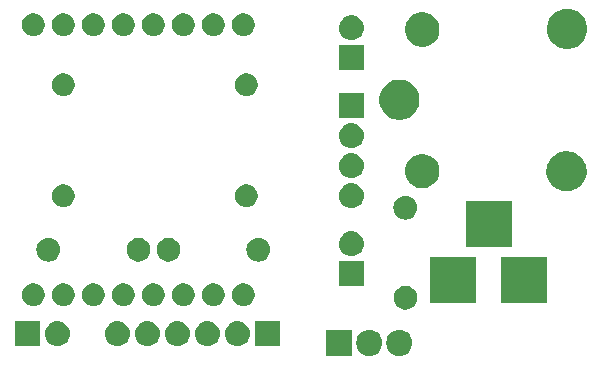
<source format=gts>
G04 #@! TF.GenerationSoftware,KiCad,Pcbnew,6.0.0-rc1-unknown-r14177-12567c75*
G04 #@! TF.CreationDate,2018-10-23T17:48:22+02:00*
G04 #@! TF.ProjectId,pcbRadon,7063625261646F6E2E6B696361645F70,rev?*
G04 #@! TF.SameCoordinates,Original*
G04 #@! TF.FileFunction,Soldermask,Top*
G04 #@! TF.FilePolarity,Negative*
%FSLAX46Y46*%
G04 Gerber Fmt 4.6, Leading zero omitted, Abs format (unit mm)*
G04 Created by KiCad (PCBNEW 6.0.0-rc1-unknown-r14177-12567c75) date Tue 23 Oct 2018 17:48:22 CEST*
%MOMM*%
%LPD*%
G01*
G04 APERTURE LIST*
%ADD10C,0.100000*%
G04 APERTURE END LIST*
D10*
G36*
X165823639Y-110929916D02*
X166030986Y-110992815D01*
X166030988Y-110992816D01*
X166222084Y-111094958D01*
X166389581Y-111232419D01*
X166527042Y-111399916D01*
X166629184Y-111591012D01*
X166629185Y-111591014D01*
X166692084Y-111798361D01*
X166713322Y-112014000D01*
X166701970Y-112129267D01*
X166692084Y-112229638D01*
X166629184Y-112436988D01*
X166527042Y-112628084D01*
X166389581Y-112795581D01*
X166222084Y-112933042D01*
X166030988Y-113035184D01*
X166030986Y-113035185D01*
X165823639Y-113098084D01*
X165662038Y-113114000D01*
X165553962Y-113114000D01*
X165392361Y-113098084D01*
X165185014Y-113035185D01*
X165185012Y-113035184D01*
X164993916Y-112933042D01*
X164826419Y-112795581D01*
X164688958Y-112628084D01*
X164586816Y-112436988D01*
X164523916Y-112229638D01*
X164514031Y-112129267D01*
X164502678Y-112014000D01*
X164523916Y-111798361D01*
X164586815Y-111591014D01*
X164586816Y-111591012D01*
X164688958Y-111399916D01*
X164826419Y-111232419D01*
X164993916Y-111094958D01*
X165185012Y-110992816D01*
X165185014Y-110992815D01*
X165392361Y-110929916D01*
X165553962Y-110914000D01*
X165662038Y-110914000D01*
X165823639Y-110929916D01*
X165823639Y-110929916D01*
G37*
G36*
X161628000Y-113114000D02*
X159428000Y-113114000D01*
X159428000Y-110914000D01*
X161628000Y-110914000D01*
X161628000Y-113114000D01*
X161628000Y-113114000D01*
G37*
G36*
X163283639Y-110929916D02*
X163490986Y-110992815D01*
X163490988Y-110992816D01*
X163682084Y-111094958D01*
X163849581Y-111232419D01*
X163987042Y-111399916D01*
X164089184Y-111591012D01*
X164089185Y-111591014D01*
X164152084Y-111798361D01*
X164173322Y-112014000D01*
X164161970Y-112129267D01*
X164152084Y-112229638D01*
X164089184Y-112436988D01*
X163987042Y-112628084D01*
X163849581Y-112795581D01*
X163682084Y-112933042D01*
X163490988Y-113035184D01*
X163490986Y-113035185D01*
X163283639Y-113098084D01*
X163122038Y-113114000D01*
X163013962Y-113114000D01*
X162852361Y-113098084D01*
X162645014Y-113035185D01*
X162645012Y-113035184D01*
X162453916Y-112933042D01*
X162286419Y-112795581D01*
X162148958Y-112628084D01*
X162046816Y-112436988D01*
X161983916Y-112229638D01*
X161974031Y-112129267D01*
X161962678Y-112014000D01*
X161983916Y-111798361D01*
X162046815Y-111591014D01*
X162046816Y-111591012D01*
X162148958Y-111399916D01*
X162286419Y-111232419D01*
X162453916Y-111094958D01*
X162645012Y-110992816D01*
X162645014Y-110992815D01*
X162852361Y-110929916D01*
X163013962Y-110914000D01*
X163122038Y-110914000D01*
X163283639Y-110929916D01*
X163283639Y-110929916D01*
G37*
G36*
X146940707Y-110209596D02*
X147017836Y-110217193D01*
X147149787Y-110257220D01*
X147215763Y-110277233D01*
X147398172Y-110374733D01*
X147558054Y-110505946D01*
X147689267Y-110665828D01*
X147786767Y-110848237D01*
X147786767Y-110848238D01*
X147846807Y-111046164D01*
X147867080Y-111252000D01*
X147846807Y-111457836D01*
X147806780Y-111589787D01*
X147786767Y-111655763D01*
X147689267Y-111838172D01*
X147558054Y-111998054D01*
X147398172Y-112129267D01*
X147215763Y-112226767D01*
X147149787Y-112246780D01*
X147017836Y-112286807D01*
X146940707Y-112294404D01*
X146863580Y-112302000D01*
X146760420Y-112302000D01*
X146683293Y-112294404D01*
X146606164Y-112286807D01*
X146474213Y-112246780D01*
X146408237Y-112226767D01*
X146225828Y-112129267D01*
X146065946Y-111998054D01*
X145934733Y-111838172D01*
X145837233Y-111655763D01*
X145817220Y-111589787D01*
X145777193Y-111457836D01*
X145756920Y-111252000D01*
X145777193Y-111046164D01*
X145837233Y-110848238D01*
X145837233Y-110848237D01*
X145934733Y-110665828D01*
X146065946Y-110505946D01*
X146225828Y-110374733D01*
X146408237Y-110277233D01*
X146474213Y-110257220D01*
X146606164Y-110217193D01*
X146683293Y-110209596D01*
X146760420Y-110202000D01*
X146863580Y-110202000D01*
X146940707Y-110209596D01*
X146940707Y-110209596D01*
G37*
G36*
X135162000Y-112302000D02*
X133062000Y-112302000D01*
X133062000Y-110202000D01*
X135162000Y-110202000D01*
X135162000Y-112302000D01*
X135162000Y-112302000D01*
G37*
G36*
X136780707Y-110209596D02*
X136857836Y-110217193D01*
X136989787Y-110257220D01*
X137055763Y-110277233D01*
X137238172Y-110374733D01*
X137398054Y-110505946D01*
X137529267Y-110665828D01*
X137626767Y-110848237D01*
X137626767Y-110848238D01*
X137686807Y-111046164D01*
X137707080Y-111252000D01*
X137686807Y-111457836D01*
X137646780Y-111589787D01*
X137626767Y-111655763D01*
X137529267Y-111838172D01*
X137398054Y-111998054D01*
X137238172Y-112129267D01*
X137055763Y-112226767D01*
X136989787Y-112246780D01*
X136857836Y-112286807D01*
X136780707Y-112294404D01*
X136703580Y-112302000D01*
X136600420Y-112302000D01*
X136523293Y-112294404D01*
X136446164Y-112286807D01*
X136314213Y-112246780D01*
X136248237Y-112226767D01*
X136065828Y-112129267D01*
X135905946Y-111998054D01*
X135774733Y-111838172D01*
X135677233Y-111655763D01*
X135657220Y-111589787D01*
X135617193Y-111457836D01*
X135596920Y-111252000D01*
X135617193Y-111046164D01*
X135677233Y-110848238D01*
X135677233Y-110848237D01*
X135774733Y-110665828D01*
X135905946Y-110505946D01*
X136065828Y-110374733D01*
X136248237Y-110277233D01*
X136314213Y-110257220D01*
X136446164Y-110217193D01*
X136523293Y-110209596D01*
X136600420Y-110202000D01*
X136703580Y-110202000D01*
X136780707Y-110209596D01*
X136780707Y-110209596D01*
G37*
G36*
X155482000Y-112302000D02*
X153382000Y-112302000D01*
X153382000Y-110202000D01*
X155482000Y-110202000D01*
X155482000Y-112302000D01*
X155482000Y-112302000D01*
G37*
G36*
X152020707Y-110209596D02*
X152097836Y-110217193D01*
X152229787Y-110257220D01*
X152295763Y-110277233D01*
X152478172Y-110374733D01*
X152638054Y-110505946D01*
X152769267Y-110665828D01*
X152866767Y-110848237D01*
X152866767Y-110848238D01*
X152926807Y-111046164D01*
X152947080Y-111252000D01*
X152926807Y-111457836D01*
X152886780Y-111589787D01*
X152866767Y-111655763D01*
X152769267Y-111838172D01*
X152638054Y-111998054D01*
X152478172Y-112129267D01*
X152295763Y-112226767D01*
X152229787Y-112246780D01*
X152097836Y-112286807D01*
X152020707Y-112294404D01*
X151943580Y-112302000D01*
X151840420Y-112302000D01*
X151763293Y-112294404D01*
X151686164Y-112286807D01*
X151554213Y-112246780D01*
X151488237Y-112226767D01*
X151305828Y-112129267D01*
X151145946Y-111998054D01*
X151014733Y-111838172D01*
X150917233Y-111655763D01*
X150897220Y-111589787D01*
X150857193Y-111457836D01*
X150836920Y-111252000D01*
X150857193Y-111046164D01*
X150917233Y-110848238D01*
X150917233Y-110848237D01*
X151014733Y-110665828D01*
X151145946Y-110505946D01*
X151305828Y-110374733D01*
X151488237Y-110277233D01*
X151554213Y-110257220D01*
X151686164Y-110217193D01*
X151763293Y-110209596D01*
X151840420Y-110202000D01*
X151943580Y-110202000D01*
X152020707Y-110209596D01*
X152020707Y-110209596D01*
G37*
G36*
X149480707Y-110209596D02*
X149557836Y-110217193D01*
X149689787Y-110257220D01*
X149755763Y-110277233D01*
X149938172Y-110374733D01*
X150098054Y-110505946D01*
X150229267Y-110665828D01*
X150326767Y-110848237D01*
X150326767Y-110848238D01*
X150386807Y-111046164D01*
X150407080Y-111252000D01*
X150386807Y-111457836D01*
X150346780Y-111589787D01*
X150326767Y-111655763D01*
X150229267Y-111838172D01*
X150098054Y-111998054D01*
X149938172Y-112129267D01*
X149755763Y-112226767D01*
X149689787Y-112246780D01*
X149557836Y-112286807D01*
X149480707Y-112294404D01*
X149403580Y-112302000D01*
X149300420Y-112302000D01*
X149223293Y-112294404D01*
X149146164Y-112286807D01*
X149014213Y-112246780D01*
X148948237Y-112226767D01*
X148765828Y-112129267D01*
X148605946Y-111998054D01*
X148474733Y-111838172D01*
X148377233Y-111655763D01*
X148357220Y-111589787D01*
X148317193Y-111457836D01*
X148296920Y-111252000D01*
X148317193Y-111046164D01*
X148377233Y-110848238D01*
X148377233Y-110848237D01*
X148474733Y-110665828D01*
X148605946Y-110505946D01*
X148765828Y-110374733D01*
X148948237Y-110277233D01*
X149014213Y-110257220D01*
X149146164Y-110217193D01*
X149223293Y-110209596D01*
X149300420Y-110202000D01*
X149403580Y-110202000D01*
X149480707Y-110209596D01*
X149480707Y-110209596D01*
G37*
G36*
X144400707Y-110209596D02*
X144477836Y-110217193D01*
X144609787Y-110257220D01*
X144675763Y-110277233D01*
X144858172Y-110374733D01*
X145018054Y-110505946D01*
X145149267Y-110665828D01*
X145246767Y-110848237D01*
X145246767Y-110848238D01*
X145306807Y-111046164D01*
X145327080Y-111252000D01*
X145306807Y-111457836D01*
X145266780Y-111589787D01*
X145246767Y-111655763D01*
X145149267Y-111838172D01*
X145018054Y-111998054D01*
X144858172Y-112129267D01*
X144675763Y-112226767D01*
X144609787Y-112246780D01*
X144477836Y-112286807D01*
X144400707Y-112294404D01*
X144323580Y-112302000D01*
X144220420Y-112302000D01*
X144143293Y-112294404D01*
X144066164Y-112286807D01*
X143934213Y-112246780D01*
X143868237Y-112226767D01*
X143685828Y-112129267D01*
X143525946Y-111998054D01*
X143394733Y-111838172D01*
X143297233Y-111655763D01*
X143277220Y-111589787D01*
X143237193Y-111457836D01*
X143216920Y-111252000D01*
X143237193Y-111046164D01*
X143297233Y-110848238D01*
X143297233Y-110848237D01*
X143394733Y-110665828D01*
X143525946Y-110505946D01*
X143685828Y-110374733D01*
X143868237Y-110277233D01*
X143934213Y-110257220D01*
X144066164Y-110217193D01*
X144143293Y-110209596D01*
X144220420Y-110202000D01*
X144323580Y-110202000D01*
X144400707Y-110209596D01*
X144400707Y-110209596D01*
G37*
G36*
X141860707Y-110209596D02*
X141937836Y-110217193D01*
X142069787Y-110257220D01*
X142135763Y-110277233D01*
X142318172Y-110374733D01*
X142478054Y-110505946D01*
X142609267Y-110665828D01*
X142706767Y-110848237D01*
X142706767Y-110848238D01*
X142766807Y-111046164D01*
X142787080Y-111252000D01*
X142766807Y-111457836D01*
X142726780Y-111589787D01*
X142706767Y-111655763D01*
X142609267Y-111838172D01*
X142478054Y-111998054D01*
X142318172Y-112129267D01*
X142135763Y-112226767D01*
X142069787Y-112246780D01*
X141937836Y-112286807D01*
X141860707Y-112294404D01*
X141783580Y-112302000D01*
X141680420Y-112302000D01*
X141603293Y-112294404D01*
X141526164Y-112286807D01*
X141394213Y-112246780D01*
X141328237Y-112226767D01*
X141145828Y-112129267D01*
X140985946Y-111998054D01*
X140854733Y-111838172D01*
X140757233Y-111655763D01*
X140737220Y-111589787D01*
X140697193Y-111457836D01*
X140676920Y-111252000D01*
X140697193Y-111046164D01*
X140757233Y-110848238D01*
X140757233Y-110848237D01*
X140854733Y-110665828D01*
X140985946Y-110505946D01*
X141145828Y-110374733D01*
X141328237Y-110277233D01*
X141394213Y-110257220D01*
X141526164Y-110217193D01*
X141603293Y-110209596D01*
X141680420Y-110202000D01*
X141783580Y-110202000D01*
X141860707Y-110209596D01*
X141860707Y-110209596D01*
G37*
G36*
X166291770Y-107219372D02*
X166407689Y-107242429D01*
X166589678Y-107317811D01*
X166753463Y-107427249D01*
X166892751Y-107566537D01*
X167002189Y-107730322D01*
X167077571Y-107912311D01*
X167100628Y-108028230D01*
X167103915Y-108044750D01*
X167116000Y-108105509D01*
X167116000Y-108302491D01*
X167077571Y-108495689D01*
X167002189Y-108677678D01*
X166892751Y-108841463D01*
X166753463Y-108980751D01*
X166589678Y-109090189D01*
X166407689Y-109165571D01*
X166291770Y-109188628D01*
X166214493Y-109204000D01*
X166017507Y-109204000D01*
X165940230Y-109188628D01*
X165824311Y-109165571D01*
X165642322Y-109090189D01*
X165478537Y-108980751D01*
X165339249Y-108841463D01*
X165229811Y-108677678D01*
X165154429Y-108495689D01*
X165116000Y-108302491D01*
X165116000Y-108105509D01*
X165128086Y-108044750D01*
X165131372Y-108028230D01*
X165154429Y-107912311D01*
X165229811Y-107730322D01*
X165339249Y-107566537D01*
X165478537Y-107427249D01*
X165642322Y-107317811D01*
X165824311Y-107242429D01*
X165940230Y-107219372D01*
X166017507Y-107204000D01*
X166214493Y-107204000D01*
X166291770Y-107219372D01*
X166291770Y-107219372D01*
G37*
G36*
X152680603Y-107024968D02*
X152680606Y-107024969D01*
X152680605Y-107024969D01*
X152855678Y-107097486D01*
X152855679Y-107097487D01*
X153013241Y-107202767D01*
X153147233Y-107336759D01*
X153147234Y-107336761D01*
X153252514Y-107494322D01*
X153282425Y-107566534D01*
X153325032Y-107669397D01*
X153362000Y-107855250D01*
X153362000Y-108044750D01*
X153325032Y-108230603D01*
X153325031Y-108230605D01*
X153252514Y-108405678D01*
X153252513Y-108405679D01*
X153147233Y-108563241D01*
X153013241Y-108697233D01*
X152933923Y-108750232D01*
X152855678Y-108802514D01*
X152720266Y-108858603D01*
X152680603Y-108875032D01*
X152494750Y-108912000D01*
X152305250Y-108912000D01*
X152119397Y-108875032D01*
X152079734Y-108858603D01*
X151944322Y-108802514D01*
X151866077Y-108750232D01*
X151786759Y-108697233D01*
X151652767Y-108563241D01*
X151547487Y-108405679D01*
X151547486Y-108405678D01*
X151474969Y-108230605D01*
X151474968Y-108230603D01*
X151438000Y-108044750D01*
X151438000Y-107855250D01*
X151474968Y-107669397D01*
X151517575Y-107566534D01*
X151547486Y-107494322D01*
X151652766Y-107336761D01*
X151652767Y-107336759D01*
X151786759Y-107202767D01*
X151944321Y-107097487D01*
X151944322Y-107097486D01*
X152119395Y-107024969D01*
X152119394Y-107024969D01*
X152119397Y-107024968D01*
X152305250Y-106988000D01*
X152494750Y-106988000D01*
X152680603Y-107024968D01*
X152680603Y-107024968D01*
G37*
G36*
X134900603Y-107024968D02*
X134900606Y-107024969D01*
X134900605Y-107024969D01*
X135075678Y-107097486D01*
X135075679Y-107097487D01*
X135233241Y-107202767D01*
X135367233Y-107336759D01*
X135367234Y-107336761D01*
X135472514Y-107494322D01*
X135502425Y-107566534D01*
X135545032Y-107669397D01*
X135582000Y-107855250D01*
X135582000Y-108044750D01*
X135545032Y-108230603D01*
X135545031Y-108230605D01*
X135472514Y-108405678D01*
X135472513Y-108405679D01*
X135367233Y-108563241D01*
X135233241Y-108697233D01*
X135153923Y-108750232D01*
X135075678Y-108802514D01*
X134940266Y-108858603D01*
X134900603Y-108875032D01*
X134714750Y-108912000D01*
X134525250Y-108912000D01*
X134339397Y-108875032D01*
X134299734Y-108858603D01*
X134164322Y-108802514D01*
X134086077Y-108750232D01*
X134006759Y-108697233D01*
X133872767Y-108563241D01*
X133767487Y-108405679D01*
X133767486Y-108405678D01*
X133694969Y-108230605D01*
X133694968Y-108230603D01*
X133658000Y-108044750D01*
X133658000Y-107855250D01*
X133694968Y-107669397D01*
X133737575Y-107566534D01*
X133767486Y-107494322D01*
X133872766Y-107336761D01*
X133872767Y-107336759D01*
X134006759Y-107202767D01*
X134164321Y-107097487D01*
X134164322Y-107097486D01*
X134339395Y-107024969D01*
X134339394Y-107024969D01*
X134339397Y-107024968D01*
X134525250Y-106988000D01*
X134714750Y-106988000D01*
X134900603Y-107024968D01*
X134900603Y-107024968D01*
G37*
G36*
X137440603Y-107024968D02*
X137440606Y-107024969D01*
X137440605Y-107024969D01*
X137615678Y-107097486D01*
X137615679Y-107097487D01*
X137773241Y-107202767D01*
X137907233Y-107336759D01*
X137907234Y-107336761D01*
X138012514Y-107494322D01*
X138042425Y-107566534D01*
X138085032Y-107669397D01*
X138122000Y-107855250D01*
X138122000Y-108044750D01*
X138085032Y-108230603D01*
X138085031Y-108230605D01*
X138012514Y-108405678D01*
X138012513Y-108405679D01*
X137907233Y-108563241D01*
X137773241Y-108697233D01*
X137693923Y-108750232D01*
X137615678Y-108802514D01*
X137480266Y-108858603D01*
X137440603Y-108875032D01*
X137254750Y-108912000D01*
X137065250Y-108912000D01*
X136879397Y-108875032D01*
X136839734Y-108858603D01*
X136704322Y-108802514D01*
X136626077Y-108750232D01*
X136546759Y-108697233D01*
X136412767Y-108563241D01*
X136307487Y-108405679D01*
X136307486Y-108405678D01*
X136234969Y-108230605D01*
X136234968Y-108230603D01*
X136198000Y-108044750D01*
X136198000Y-107855250D01*
X136234968Y-107669397D01*
X136277575Y-107566534D01*
X136307486Y-107494322D01*
X136412766Y-107336761D01*
X136412767Y-107336759D01*
X136546759Y-107202767D01*
X136704321Y-107097487D01*
X136704322Y-107097486D01*
X136879395Y-107024969D01*
X136879394Y-107024969D01*
X136879397Y-107024968D01*
X137065250Y-106988000D01*
X137254750Y-106988000D01*
X137440603Y-107024968D01*
X137440603Y-107024968D01*
G37*
G36*
X139980603Y-107024968D02*
X139980606Y-107024969D01*
X139980605Y-107024969D01*
X140155678Y-107097486D01*
X140155679Y-107097487D01*
X140313241Y-107202767D01*
X140447233Y-107336759D01*
X140447234Y-107336761D01*
X140552514Y-107494322D01*
X140582425Y-107566534D01*
X140625032Y-107669397D01*
X140662000Y-107855250D01*
X140662000Y-108044750D01*
X140625032Y-108230603D01*
X140625031Y-108230605D01*
X140552514Y-108405678D01*
X140552513Y-108405679D01*
X140447233Y-108563241D01*
X140313241Y-108697233D01*
X140233923Y-108750232D01*
X140155678Y-108802514D01*
X140020266Y-108858603D01*
X139980603Y-108875032D01*
X139794750Y-108912000D01*
X139605250Y-108912000D01*
X139419397Y-108875032D01*
X139379734Y-108858603D01*
X139244322Y-108802514D01*
X139166077Y-108750232D01*
X139086759Y-108697233D01*
X138952767Y-108563241D01*
X138847487Y-108405679D01*
X138847486Y-108405678D01*
X138774969Y-108230605D01*
X138774968Y-108230603D01*
X138738000Y-108044750D01*
X138738000Y-107855250D01*
X138774968Y-107669397D01*
X138817575Y-107566534D01*
X138847486Y-107494322D01*
X138952766Y-107336761D01*
X138952767Y-107336759D01*
X139086759Y-107202767D01*
X139244321Y-107097487D01*
X139244322Y-107097486D01*
X139419395Y-107024969D01*
X139419394Y-107024969D01*
X139419397Y-107024968D01*
X139605250Y-106988000D01*
X139794750Y-106988000D01*
X139980603Y-107024968D01*
X139980603Y-107024968D01*
G37*
G36*
X142520603Y-107024968D02*
X142520606Y-107024969D01*
X142520605Y-107024969D01*
X142695678Y-107097486D01*
X142695679Y-107097487D01*
X142853241Y-107202767D01*
X142987233Y-107336759D01*
X142987234Y-107336761D01*
X143092514Y-107494322D01*
X143122425Y-107566534D01*
X143165032Y-107669397D01*
X143202000Y-107855250D01*
X143202000Y-108044750D01*
X143165032Y-108230603D01*
X143165031Y-108230605D01*
X143092514Y-108405678D01*
X143092513Y-108405679D01*
X142987233Y-108563241D01*
X142853241Y-108697233D01*
X142773923Y-108750232D01*
X142695678Y-108802514D01*
X142560266Y-108858603D01*
X142520603Y-108875032D01*
X142334750Y-108912000D01*
X142145250Y-108912000D01*
X141959397Y-108875032D01*
X141919734Y-108858603D01*
X141784322Y-108802514D01*
X141706077Y-108750232D01*
X141626759Y-108697233D01*
X141492767Y-108563241D01*
X141387487Y-108405679D01*
X141387486Y-108405678D01*
X141314969Y-108230605D01*
X141314968Y-108230603D01*
X141278000Y-108044750D01*
X141278000Y-107855250D01*
X141314968Y-107669397D01*
X141357575Y-107566534D01*
X141387486Y-107494322D01*
X141492766Y-107336761D01*
X141492767Y-107336759D01*
X141626759Y-107202767D01*
X141784321Y-107097487D01*
X141784322Y-107097486D01*
X141959395Y-107024969D01*
X141959394Y-107024969D01*
X141959397Y-107024968D01*
X142145250Y-106988000D01*
X142334750Y-106988000D01*
X142520603Y-107024968D01*
X142520603Y-107024968D01*
G37*
G36*
X145060603Y-107024968D02*
X145060606Y-107024969D01*
X145060605Y-107024969D01*
X145235678Y-107097486D01*
X145235679Y-107097487D01*
X145393241Y-107202767D01*
X145527233Y-107336759D01*
X145527234Y-107336761D01*
X145632514Y-107494322D01*
X145662425Y-107566534D01*
X145705032Y-107669397D01*
X145742000Y-107855250D01*
X145742000Y-108044750D01*
X145705032Y-108230603D01*
X145705031Y-108230605D01*
X145632514Y-108405678D01*
X145632513Y-108405679D01*
X145527233Y-108563241D01*
X145393241Y-108697233D01*
X145313923Y-108750232D01*
X145235678Y-108802514D01*
X145100266Y-108858603D01*
X145060603Y-108875032D01*
X144874750Y-108912000D01*
X144685250Y-108912000D01*
X144499397Y-108875032D01*
X144459734Y-108858603D01*
X144324322Y-108802514D01*
X144246077Y-108750232D01*
X144166759Y-108697233D01*
X144032767Y-108563241D01*
X143927487Y-108405679D01*
X143927486Y-108405678D01*
X143854969Y-108230605D01*
X143854968Y-108230603D01*
X143818000Y-108044750D01*
X143818000Y-107855250D01*
X143854968Y-107669397D01*
X143897575Y-107566534D01*
X143927486Y-107494322D01*
X144032766Y-107336761D01*
X144032767Y-107336759D01*
X144166759Y-107202767D01*
X144324321Y-107097487D01*
X144324322Y-107097486D01*
X144499395Y-107024969D01*
X144499394Y-107024969D01*
X144499397Y-107024968D01*
X144685250Y-106988000D01*
X144874750Y-106988000D01*
X145060603Y-107024968D01*
X145060603Y-107024968D01*
G37*
G36*
X147600603Y-107024968D02*
X147600606Y-107024969D01*
X147600605Y-107024969D01*
X147775678Y-107097486D01*
X147775679Y-107097487D01*
X147933241Y-107202767D01*
X148067233Y-107336759D01*
X148067234Y-107336761D01*
X148172514Y-107494322D01*
X148202425Y-107566534D01*
X148245032Y-107669397D01*
X148282000Y-107855250D01*
X148282000Y-108044750D01*
X148245032Y-108230603D01*
X148245031Y-108230605D01*
X148172514Y-108405678D01*
X148172513Y-108405679D01*
X148067233Y-108563241D01*
X147933241Y-108697233D01*
X147853923Y-108750232D01*
X147775678Y-108802514D01*
X147640266Y-108858603D01*
X147600603Y-108875032D01*
X147414750Y-108912000D01*
X147225250Y-108912000D01*
X147039397Y-108875032D01*
X146999734Y-108858603D01*
X146864322Y-108802514D01*
X146786077Y-108750232D01*
X146706759Y-108697233D01*
X146572767Y-108563241D01*
X146467487Y-108405679D01*
X146467486Y-108405678D01*
X146394969Y-108230605D01*
X146394968Y-108230603D01*
X146358000Y-108044750D01*
X146358000Y-107855250D01*
X146394968Y-107669397D01*
X146437575Y-107566534D01*
X146467486Y-107494322D01*
X146572766Y-107336761D01*
X146572767Y-107336759D01*
X146706759Y-107202767D01*
X146864321Y-107097487D01*
X146864322Y-107097486D01*
X147039395Y-107024969D01*
X147039394Y-107024969D01*
X147039397Y-107024968D01*
X147225250Y-106988000D01*
X147414750Y-106988000D01*
X147600603Y-107024968D01*
X147600603Y-107024968D01*
G37*
G36*
X150140603Y-107024968D02*
X150140606Y-107024969D01*
X150140605Y-107024969D01*
X150315678Y-107097486D01*
X150315679Y-107097487D01*
X150473241Y-107202767D01*
X150607233Y-107336759D01*
X150607234Y-107336761D01*
X150712514Y-107494322D01*
X150742425Y-107566534D01*
X150785032Y-107669397D01*
X150822000Y-107855250D01*
X150822000Y-108044750D01*
X150785032Y-108230603D01*
X150785031Y-108230605D01*
X150712514Y-108405678D01*
X150712513Y-108405679D01*
X150607233Y-108563241D01*
X150473241Y-108697233D01*
X150393923Y-108750232D01*
X150315678Y-108802514D01*
X150180266Y-108858603D01*
X150140603Y-108875032D01*
X149954750Y-108912000D01*
X149765250Y-108912000D01*
X149579397Y-108875032D01*
X149539734Y-108858603D01*
X149404322Y-108802514D01*
X149326077Y-108750232D01*
X149246759Y-108697233D01*
X149112767Y-108563241D01*
X149007487Y-108405679D01*
X149007486Y-108405678D01*
X148934969Y-108230605D01*
X148934968Y-108230603D01*
X148898000Y-108044750D01*
X148898000Y-107855250D01*
X148934968Y-107669397D01*
X148977575Y-107566534D01*
X149007486Y-107494322D01*
X149112766Y-107336761D01*
X149112767Y-107336759D01*
X149246759Y-107202767D01*
X149404321Y-107097487D01*
X149404322Y-107097486D01*
X149579395Y-107024969D01*
X149579394Y-107024969D01*
X149579397Y-107024968D01*
X149765250Y-106988000D01*
X149954750Y-106988000D01*
X150140603Y-107024968D01*
X150140603Y-107024968D01*
G37*
G36*
X172130000Y-108630000D02*
X168230000Y-108630000D01*
X168230000Y-104730000D01*
X172130000Y-104730000D01*
X172130000Y-108630000D01*
X172130000Y-108630000D01*
G37*
G36*
X178130000Y-108630000D02*
X174230000Y-108630000D01*
X174230000Y-104730000D01*
X178130000Y-104730000D01*
X178130000Y-108630000D01*
X178130000Y-108630000D01*
G37*
G36*
X162594000Y-107222000D02*
X160494000Y-107222000D01*
X160494000Y-105122000D01*
X162594000Y-105122000D01*
X162594000Y-107222000D01*
X162594000Y-107222000D01*
G37*
G36*
X146225770Y-103155372D02*
X146341689Y-103178429D01*
X146523678Y-103253811D01*
X146687463Y-103363249D01*
X146826751Y-103502537D01*
X146936189Y-103666322D01*
X147011571Y-103848311D01*
X147050000Y-104041509D01*
X147050000Y-104238491D01*
X147011571Y-104431689D01*
X146936189Y-104613678D01*
X146826751Y-104777463D01*
X146687463Y-104916751D01*
X146523678Y-105026189D01*
X146341689Y-105101571D01*
X146238984Y-105122000D01*
X146148493Y-105140000D01*
X145951507Y-105140000D01*
X145861016Y-105122000D01*
X145758311Y-105101571D01*
X145576322Y-105026189D01*
X145412537Y-104916751D01*
X145273249Y-104777463D01*
X145163811Y-104613678D01*
X145088429Y-104431689D01*
X145050000Y-104238491D01*
X145050000Y-104041509D01*
X145088429Y-103848311D01*
X145163811Y-103666322D01*
X145273249Y-103502537D01*
X145412537Y-103363249D01*
X145576322Y-103253811D01*
X145758311Y-103178429D01*
X145874230Y-103155372D01*
X145951507Y-103140000D01*
X146148493Y-103140000D01*
X146225770Y-103155372D01*
X146225770Y-103155372D01*
G37*
G36*
X143685770Y-103155372D02*
X143801689Y-103178429D01*
X143983678Y-103253811D01*
X144147463Y-103363249D01*
X144286751Y-103502537D01*
X144396189Y-103666322D01*
X144471571Y-103848311D01*
X144510000Y-104041509D01*
X144510000Y-104238491D01*
X144471571Y-104431689D01*
X144396189Y-104613678D01*
X144286751Y-104777463D01*
X144147463Y-104916751D01*
X143983678Y-105026189D01*
X143801689Y-105101571D01*
X143698984Y-105122000D01*
X143608493Y-105140000D01*
X143411507Y-105140000D01*
X143321016Y-105122000D01*
X143218311Y-105101571D01*
X143036322Y-105026189D01*
X142872537Y-104916751D01*
X142733249Y-104777463D01*
X142623811Y-104613678D01*
X142548429Y-104431689D01*
X142510000Y-104238491D01*
X142510000Y-104041509D01*
X142548429Y-103848311D01*
X142623811Y-103666322D01*
X142733249Y-103502537D01*
X142872537Y-103363249D01*
X143036322Y-103253811D01*
X143218311Y-103178429D01*
X143334230Y-103155372D01*
X143411507Y-103140000D01*
X143608493Y-103140000D01*
X143685770Y-103155372D01*
X143685770Y-103155372D01*
G37*
G36*
X153866030Y-103154469D02*
X153866033Y-103154470D01*
X153866034Y-103154470D01*
X154054535Y-103211651D01*
X154054537Y-103211652D01*
X154228260Y-103304509D01*
X154380528Y-103429472D01*
X154505491Y-103581740D01*
X154598348Y-103755463D01*
X154655531Y-103943970D01*
X154674838Y-104140000D01*
X154655531Y-104336030D01*
X154598348Y-104524537D01*
X154505491Y-104698260D01*
X154380528Y-104850528D01*
X154228260Y-104975491D01*
X154228258Y-104975492D01*
X154054535Y-105068349D01*
X153866034Y-105125530D01*
X153866033Y-105125530D01*
X153866030Y-105125531D01*
X153719124Y-105140000D01*
X153620876Y-105140000D01*
X153473970Y-105125531D01*
X153473967Y-105125530D01*
X153473966Y-105125530D01*
X153285465Y-105068349D01*
X153111742Y-104975492D01*
X153111740Y-104975491D01*
X152959472Y-104850528D01*
X152834509Y-104698260D01*
X152741652Y-104524537D01*
X152684469Y-104336030D01*
X152665162Y-104140000D01*
X152684469Y-103943970D01*
X152741652Y-103755463D01*
X152834509Y-103581740D01*
X152959472Y-103429472D01*
X153111740Y-103304509D01*
X153285463Y-103211652D01*
X153285465Y-103211651D01*
X153473966Y-103154470D01*
X153473967Y-103154470D01*
X153473970Y-103154469D01*
X153620876Y-103140000D01*
X153719124Y-103140000D01*
X153866030Y-103154469D01*
X153866030Y-103154469D01*
G37*
G36*
X136086030Y-103154469D02*
X136086033Y-103154470D01*
X136086034Y-103154470D01*
X136274535Y-103211651D01*
X136274537Y-103211652D01*
X136448260Y-103304509D01*
X136600528Y-103429472D01*
X136725491Y-103581740D01*
X136818348Y-103755463D01*
X136875531Y-103943970D01*
X136894838Y-104140000D01*
X136875531Y-104336030D01*
X136818348Y-104524537D01*
X136725491Y-104698260D01*
X136600528Y-104850528D01*
X136448260Y-104975491D01*
X136448258Y-104975492D01*
X136274535Y-105068349D01*
X136086034Y-105125530D01*
X136086033Y-105125530D01*
X136086030Y-105125531D01*
X135939124Y-105140000D01*
X135840876Y-105140000D01*
X135693970Y-105125531D01*
X135693967Y-105125530D01*
X135693966Y-105125530D01*
X135505465Y-105068349D01*
X135331742Y-104975492D01*
X135331740Y-104975491D01*
X135179472Y-104850528D01*
X135054509Y-104698260D01*
X134961652Y-104524537D01*
X134904469Y-104336030D01*
X134885162Y-104140000D01*
X134904469Y-103943970D01*
X134961652Y-103755463D01*
X135054509Y-103581740D01*
X135179472Y-103429472D01*
X135331740Y-103304509D01*
X135505463Y-103211652D01*
X135505465Y-103211651D01*
X135693966Y-103154470D01*
X135693967Y-103154470D01*
X135693970Y-103154469D01*
X135840876Y-103140000D01*
X135939124Y-103140000D01*
X136086030Y-103154469D01*
X136086030Y-103154469D01*
G37*
G36*
X161672707Y-102589596D02*
X161749836Y-102597193D01*
X161881787Y-102637220D01*
X161947763Y-102657233D01*
X162130172Y-102754733D01*
X162290054Y-102885946D01*
X162421267Y-103045828D01*
X162518767Y-103228237D01*
X162538780Y-103294213D01*
X162578807Y-103426164D01*
X162599080Y-103632000D01*
X162578807Y-103837836D01*
X162550849Y-103930000D01*
X162518767Y-104035763D01*
X162421267Y-104218172D01*
X162290054Y-104378054D01*
X162130172Y-104509267D01*
X161947763Y-104606767D01*
X161881787Y-104626780D01*
X161749836Y-104666807D01*
X161672707Y-104674404D01*
X161595580Y-104682000D01*
X161492420Y-104682000D01*
X161415293Y-104674404D01*
X161338164Y-104666807D01*
X161206213Y-104626780D01*
X161140237Y-104606767D01*
X160957828Y-104509267D01*
X160797946Y-104378054D01*
X160666733Y-104218172D01*
X160569233Y-104035763D01*
X160537151Y-103930000D01*
X160509193Y-103837836D01*
X160488920Y-103632000D01*
X160509193Y-103426164D01*
X160549220Y-103294213D01*
X160569233Y-103228237D01*
X160666733Y-103045828D01*
X160797946Y-102885946D01*
X160957828Y-102754733D01*
X161140237Y-102657233D01*
X161206213Y-102637220D01*
X161338164Y-102597193D01*
X161415293Y-102589596D01*
X161492420Y-102582000D01*
X161595580Y-102582000D01*
X161672707Y-102589596D01*
X161672707Y-102589596D01*
G37*
G36*
X175130000Y-103930000D02*
X171230000Y-103930000D01*
X171230000Y-100030000D01*
X175130000Y-100030000D01*
X175130000Y-103930000D01*
X175130000Y-103930000D01*
G37*
G36*
X166312030Y-99598469D02*
X166312033Y-99598470D01*
X166312034Y-99598470D01*
X166500535Y-99655651D01*
X166500537Y-99655652D01*
X166674260Y-99748509D01*
X166826528Y-99873472D01*
X166951491Y-100025740D01*
X166951492Y-100025742D01*
X167044349Y-100199465D01*
X167101530Y-100387966D01*
X167101531Y-100387970D01*
X167120838Y-100584000D01*
X167101531Y-100780030D01*
X167044348Y-100968537D01*
X166951491Y-101142260D01*
X166826528Y-101294528D01*
X166674260Y-101419491D01*
X166674258Y-101419492D01*
X166500535Y-101512349D01*
X166312034Y-101569530D01*
X166312033Y-101569530D01*
X166312030Y-101569531D01*
X166165124Y-101584000D01*
X166066876Y-101584000D01*
X165919970Y-101569531D01*
X165919967Y-101569530D01*
X165919966Y-101569530D01*
X165731465Y-101512349D01*
X165557742Y-101419492D01*
X165557740Y-101419491D01*
X165405472Y-101294528D01*
X165280509Y-101142260D01*
X165187652Y-100968537D01*
X165130469Y-100780030D01*
X165111162Y-100584000D01*
X165130469Y-100387970D01*
X165130470Y-100387966D01*
X165187651Y-100199465D01*
X165280508Y-100025742D01*
X165280509Y-100025740D01*
X165405472Y-99873472D01*
X165557740Y-99748509D01*
X165731463Y-99655652D01*
X165731465Y-99655651D01*
X165919966Y-99598470D01*
X165919967Y-99598470D01*
X165919970Y-99598469D01*
X166066876Y-99584000D01*
X166165124Y-99584000D01*
X166312030Y-99598469D01*
X166312030Y-99598469D01*
G37*
G36*
X161672707Y-98525596D02*
X161749836Y-98533193D01*
X161881787Y-98573220D01*
X161947763Y-98593233D01*
X162130172Y-98690733D01*
X162290054Y-98821946D01*
X162421267Y-98981828D01*
X162518767Y-99164237D01*
X162518767Y-99164238D01*
X162578807Y-99362164D01*
X162599080Y-99568000D01*
X162578807Y-99773836D01*
X162555520Y-99850603D01*
X162518767Y-99971763D01*
X162421267Y-100154172D01*
X162290054Y-100314054D01*
X162130172Y-100445267D01*
X161947763Y-100542767D01*
X161881787Y-100562780D01*
X161749836Y-100602807D01*
X161672707Y-100610403D01*
X161595580Y-100618000D01*
X161492420Y-100618000D01*
X161415293Y-100610403D01*
X161338164Y-100602807D01*
X161206213Y-100562780D01*
X161140237Y-100542767D01*
X160957828Y-100445267D01*
X160797946Y-100314054D01*
X160666733Y-100154172D01*
X160569233Y-99971763D01*
X160532480Y-99850603D01*
X160509193Y-99773836D01*
X160488920Y-99568000D01*
X160509193Y-99362164D01*
X160569233Y-99164238D01*
X160569233Y-99164237D01*
X160666733Y-98981828D01*
X160797946Y-98821946D01*
X160957828Y-98690733D01*
X161140237Y-98593233D01*
X161206213Y-98573220D01*
X161338164Y-98533193D01*
X161415293Y-98525596D01*
X161492420Y-98518000D01*
X161595580Y-98518000D01*
X161672707Y-98525596D01*
X161672707Y-98525596D01*
G37*
G36*
X137440603Y-98644968D02*
X137440606Y-98644969D01*
X137440605Y-98644969D01*
X137615678Y-98717486D01*
X137615679Y-98717487D01*
X137773241Y-98822767D01*
X137907233Y-98956759D01*
X137923984Y-98981829D01*
X138012514Y-99114322D01*
X138068603Y-99249734D01*
X138085032Y-99289397D01*
X138122000Y-99475250D01*
X138122000Y-99664750D01*
X138085032Y-99850603D01*
X138085031Y-99850605D01*
X138012514Y-100025678D01*
X138012471Y-100025742D01*
X137907233Y-100183241D01*
X137773241Y-100317233D01*
X137693923Y-100370232D01*
X137615678Y-100422514D01*
X137480266Y-100478603D01*
X137440603Y-100495032D01*
X137254750Y-100532000D01*
X137065250Y-100532000D01*
X136879397Y-100495032D01*
X136839734Y-100478603D01*
X136704322Y-100422514D01*
X136626077Y-100370232D01*
X136546759Y-100317233D01*
X136412767Y-100183241D01*
X136307529Y-100025742D01*
X136307486Y-100025678D01*
X136234969Y-99850605D01*
X136234968Y-99850603D01*
X136198000Y-99664750D01*
X136198000Y-99475250D01*
X136234968Y-99289397D01*
X136251397Y-99249734D01*
X136307486Y-99114322D01*
X136396016Y-98981829D01*
X136412767Y-98956759D01*
X136546759Y-98822767D01*
X136704321Y-98717487D01*
X136704322Y-98717486D01*
X136879395Y-98644969D01*
X136879394Y-98644969D01*
X136879397Y-98644968D01*
X137065250Y-98608000D01*
X137254750Y-98608000D01*
X137440603Y-98644968D01*
X137440603Y-98644968D01*
G37*
G36*
X152934603Y-98644968D02*
X152934606Y-98644969D01*
X152934605Y-98644969D01*
X153109678Y-98717486D01*
X153109679Y-98717487D01*
X153267241Y-98822767D01*
X153401233Y-98956759D01*
X153417984Y-98981829D01*
X153506514Y-99114322D01*
X153562603Y-99249734D01*
X153579032Y-99289397D01*
X153616000Y-99475250D01*
X153616000Y-99664750D01*
X153579032Y-99850603D01*
X153579031Y-99850605D01*
X153506514Y-100025678D01*
X153506471Y-100025742D01*
X153401233Y-100183241D01*
X153267241Y-100317233D01*
X153187923Y-100370232D01*
X153109678Y-100422514D01*
X152974266Y-100478603D01*
X152934603Y-100495032D01*
X152748750Y-100532000D01*
X152559250Y-100532000D01*
X152373397Y-100495032D01*
X152333734Y-100478603D01*
X152198322Y-100422514D01*
X152120077Y-100370232D01*
X152040759Y-100317233D01*
X151906767Y-100183241D01*
X151801529Y-100025742D01*
X151801486Y-100025678D01*
X151728969Y-99850605D01*
X151728968Y-99850603D01*
X151692000Y-99664750D01*
X151692000Y-99475250D01*
X151728968Y-99289397D01*
X151745397Y-99249734D01*
X151801486Y-99114322D01*
X151890016Y-98981829D01*
X151906767Y-98956759D01*
X152040759Y-98822767D01*
X152198321Y-98717487D01*
X152198322Y-98717486D01*
X152373395Y-98644969D01*
X152373394Y-98644969D01*
X152373397Y-98644968D01*
X152559250Y-98608000D01*
X152748750Y-98608000D01*
X152934603Y-98644968D01*
X152934603Y-98644968D01*
G37*
G36*
X180144393Y-95833553D02*
X180253872Y-95855330D01*
X180563252Y-95983479D01*
X180841687Y-96169523D01*
X181078477Y-96406313D01*
X181264521Y-96684748D01*
X181392670Y-96994128D01*
X181407175Y-97067051D01*
X181440351Y-97233834D01*
X181458000Y-97322565D01*
X181458000Y-97657435D01*
X181392670Y-97985872D01*
X181264521Y-98295252D01*
X181078477Y-98573687D01*
X180841687Y-98810477D01*
X180563252Y-98996521D01*
X180253872Y-99124670D01*
X180144393Y-99146447D01*
X179925437Y-99190000D01*
X179590563Y-99190000D01*
X179371607Y-99146447D01*
X179262128Y-99124670D01*
X178952748Y-98996521D01*
X178674313Y-98810477D01*
X178437523Y-98573687D01*
X178251479Y-98295252D01*
X178123330Y-97985872D01*
X178058000Y-97657435D01*
X178058000Y-97322565D01*
X178075650Y-97233834D01*
X178108825Y-97067051D01*
X178123330Y-96994128D01*
X178251479Y-96684748D01*
X178437523Y-96406313D01*
X178674313Y-96169523D01*
X178952748Y-95983479D01*
X179262128Y-95855330D01*
X179371607Y-95833553D01*
X179590563Y-95790000D01*
X179925437Y-95790000D01*
X180144393Y-95833553D01*
X180144393Y-95833553D01*
G37*
G36*
X167980947Y-96095722D02*
X168244833Y-96205027D01*
X168482324Y-96363713D01*
X168684287Y-96565676D01*
X168842973Y-96803167D01*
X168952278Y-97067053D01*
X169008000Y-97347186D01*
X169008000Y-97632814D01*
X168952278Y-97912947D01*
X168842973Y-98176833D01*
X168684287Y-98414324D01*
X168482324Y-98616287D01*
X168244833Y-98774973D01*
X167980947Y-98884278D01*
X167700814Y-98940000D01*
X167415186Y-98940000D01*
X167135053Y-98884278D01*
X166871167Y-98774973D01*
X166633676Y-98616287D01*
X166431713Y-98414324D01*
X166273027Y-98176833D01*
X166163722Y-97912947D01*
X166108000Y-97632814D01*
X166108000Y-97347186D01*
X166163722Y-97067053D01*
X166273027Y-96803167D01*
X166431713Y-96565676D01*
X166633676Y-96363713D01*
X166871167Y-96205027D01*
X167135053Y-96095722D01*
X167415186Y-96040000D01*
X167700814Y-96040000D01*
X167980947Y-96095722D01*
X167980947Y-96095722D01*
G37*
G36*
X161651208Y-95983479D02*
X161749836Y-95993193D01*
X161881787Y-96033220D01*
X161947763Y-96053233D01*
X162130172Y-96150733D01*
X162290054Y-96281946D01*
X162421267Y-96441828D01*
X162518767Y-96624237D01*
X162518767Y-96624238D01*
X162578807Y-96822164D01*
X162599080Y-97028000D01*
X162578807Y-97233836D01*
X162551892Y-97322563D01*
X162518767Y-97431763D01*
X162421267Y-97614172D01*
X162290054Y-97774054D01*
X162130172Y-97905267D01*
X161947763Y-98002767D01*
X161881787Y-98022780D01*
X161749836Y-98062807D01*
X161672707Y-98070403D01*
X161595580Y-98078000D01*
X161492420Y-98078000D01*
X161415293Y-98070403D01*
X161338164Y-98062807D01*
X161206213Y-98022780D01*
X161140237Y-98002767D01*
X160957828Y-97905267D01*
X160797946Y-97774054D01*
X160666733Y-97614172D01*
X160569233Y-97431763D01*
X160536108Y-97322563D01*
X160509193Y-97233836D01*
X160488920Y-97028000D01*
X160509193Y-96822164D01*
X160569233Y-96624238D01*
X160569233Y-96624237D01*
X160666733Y-96441828D01*
X160797946Y-96281946D01*
X160957828Y-96150733D01*
X161140237Y-96053233D01*
X161206213Y-96033220D01*
X161338164Y-95993193D01*
X161436792Y-95983479D01*
X161492420Y-95978000D01*
X161595580Y-95978000D01*
X161651208Y-95983479D01*
X161651208Y-95983479D01*
G37*
G36*
X161672707Y-93445596D02*
X161749836Y-93453193D01*
X161881787Y-93493220D01*
X161947763Y-93513233D01*
X162130172Y-93610733D01*
X162290054Y-93741946D01*
X162421267Y-93901828D01*
X162518767Y-94084237D01*
X162518767Y-94084238D01*
X162578807Y-94282164D01*
X162599080Y-94488000D01*
X162578807Y-94693836D01*
X162538780Y-94825787D01*
X162518767Y-94891763D01*
X162421267Y-95074172D01*
X162290054Y-95234054D01*
X162130172Y-95365267D01*
X161947763Y-95462767D01*
X161881787Y-95482780D01*
X161749836Y-95522807D01*
X161672707Y-95530403D01*
X161595580Y-95538000D01*
X161492420Y-95538000D01*
X161415293Y-95530403D01*
X161338164Y-95522807D01*
X161206213Y-95482780D01*
X161140237Y-95462767D01*
X160957828Y-95365267D01*
X160797946Y-95234054D01*
X160666733Y-95074172D01*
X160569233Y-94891763D01*
X160549220Y-94825787D01*
X160509193Y-94693836D01*
X160488920Y-94488000D01*
X160509193Y-94282164D01*
X160569233Y-94084238D01*
X160569233Y-94084237D01*
X160666733Y-93901828D01*
X160797946Y-93741946D01*
X160957828Y-93610733D01*
X161140237Y-93513233D01*
X161206213Y-93493220D01*
X161338164Y-93453193D01*
X161415293Y-93445596D01*
X161492420Y-93438000D01*
X161595580Y-93438000D01*
X161672707Y-93445596D01*
X161672707Y-93445596D01*
G37*
G36*
X165994393Y-89783553D02*
X166103872Y-89805330D01*
X166413252Y-89933479D01*
X166691687Y-90119523D01*
X166928477Y-90356313D01*
X167114521Y-90634748D01*
X167242670Y-90944128D01*
X167308000Y-91272565D01*
X167308000Y-91607435D01*
X167242670Y-91935872D01*
X167114521Y-92245252D01*
X166928477Y-92523687D01*
X166691687Y-92760477D01*
X166413252Y-92946521D01*
X166103872Y-93074670D01*
X165994393Y-93096447D01*
X165775437Y-93140000D01*
X165440563Y-93140000D01*
X165221607Y-93096447D01*
X165112128Y-93074670D01*
X164802748Y-92946521D01*
X164524313Y-92760477D01*
X164287523Y-92523687D01*
X164101479Y-92245252D01*
X163973330Y-91935872D01*
X163908000Y-91607435D01*
X163908000Y-91272565D01*
X163973330Y-90944128D01*
X164101479Y-90634748D01*
X164287523Y-90356313D01*
X164524313Y-90119523D01*
X164802748Y-89933479D01*
X165112128Y-89805330D01*
X165221607Y-89783553D01*
X165440563Y-89740000D01*
X165775437Y-89740000D01*
X165994393Y-89783553D01*
X165994393Y-89783553D01*
G37*
G36*
X162594000Y-92998000D02*
X160494000Y-92998000D01*
X160494000Y-90898000D01*
X162594000Y-90898000D01*
X162594000Y-92998000D01*
X162594000Y-92998000D01*
G37*
G36*
X152934603Y-89244968D02*
X152934606Y-89244969D01*
X152934605Y-89244969D01*
X153109678Y-89317486D01*
X153109679Y-89317487D01*
X153267241Y-89422767D01*
X153401233Y-89556759D01*
X153401234Y-89556761D01*
X153506514Y-89714322D01*
X153517150Y-89740000D01*
X153579032Y-89889397D01*
X153616000Y-90075250D01*
X153616000Y-90264750D01*
X153579032Y-90450603D01*
X153579031Y-90450605D01*
X153506514Y-90625678D01*
X153500452Y-90634750D01*
X153401233Y-90783241D01*
X153267241Y-90917233D01*
X153226990Y-90944128D01*
X153109678Y-91022514D01*
X152974266Y-91078603D01*
X152934603Y-91095032D01*
X152748750Y-91132000D01*
X152559250Y-91132000D01*
X152373397Y-91095032D01*
X152333734Y-91078603D01*
X152198322Y-91022514D01*
X152081010Y-90944128D01*
X152040759Y-90917233D01*
X151906767Y-90783241D01*
X151807548Y-90634750D01*
X151801486Y-90625678D01*
X151728969Y-90450605D01*
X151728968Y-90450603D01*
X151692000Y-90264750D01*
X151692000Y-90075250D01*
X151728968Y-89889397D01*
X151790850Y-89740000D01*
X151801486Y-89714322D01*
X151906766Y-89556761D01*
X151906767Y-89556759D01*
X152040759Y-89422767D01*
X152198321Y-89317487D01*
X152198322Y-89317486D01*
X152373395Y-89244969D01*
X152373394Y-89244969D01*
X152373397Y-89244968D01*
X152559250Y-89208000D01*
X152748750Y-89208000D01*
X152934603Y-89244968D01*
X152934603Y-89244968D01*
G37*
G36*
X137440603Y-89244968D02*
X137440606Y-89244969D01*
X137440605Y-89244969D01*
X137615678Y-89317486D01*
X137615679Y-89317487D01*
X137773241Y-89422767D01*
X137907233Y-89556759D01*
X137907234Y-89556761D01*
X138012514Y-89714322D01*
X138023150Y-89740000D01*
X138085032Y-89889397D01*
X138122000Y-90075250D01*
X138122000Y-90264750D01*
X138085032Y-90450603D01*
X138085031Y-90450605D01*
X138012514Y-90625678D01*
X138006452Y-90634750D01*
X137907233Y-90783241D01*
X137773241Y-90917233D01*
X137732990Y-90944128D01*
X137615678Y-91022514D01*
X137480266Y-91078603D01*
X137440603Y-91095032D01*
X137254750Y-91132000D01*
X137065250Y-91132000D01*
X136879397Y-91095032D01*
X136839734Y-91078603D01*
X136704322Y-91022514D01*
X136587010Y-90944128D01*
X136546759Y-90917233D01*
X136412767Y-90783241D01*
X136313548Y-90634750D01*
X136307486Y-90625678D01*
X136234969Y-90450605D01*
X136234968Y-90450603D01*
X136198000Y-90264750D01*
X136198000Y-90075250D01*
X136234968Y-89889397D01*
X136296850Y-89740000D01*
X136307486Y-89714322D01*
X136412766Y-89556761D01*
X136412767Y-89556759D01*
X136546759Y-89422767D01*
X136704321Y-89317487D01*
X136704322Y-89317486D01*
X136879395Y-89244969D01*
X136879394Y-89244969D01*
X136879397Y-89244968D01*
X137065250Y-89208000D01*
X137254750Y-89208000D01*
X137440603Y-89244968D01*
X137440603Y-89244968D01*
G37*
G36*
X162594000Y-88934000D02*
X160494000Y-88934000D01*
X160494000Y-86834000D01*
X162594000Y-86834000D01*
X162594000Y-88934000D01*
X162594000Y-88934000D01*
G37*
G36*
X180194393Y-83783553D02*
X180303872Y-83805330D01*
X180613252Y-83933479D01*
X180891687Y-84119523D01*
X181128477Y-84356313D01*
X181314521Y-84634748D01*
X181442670Y-84944128D01*
X181442670Y-84944129D01*
X181508000Y-85272563D01*
X181508000Y-85607437D01*
X181488943Y-85703241D01*
X181442670Y-85935872D01*
X181314521Y-86245252D01*
X181128477Y-86523687D01*
X180891687Y-86760477D01*
X180613252Y-86946521D01*
X180303872Y-87074670D01*
X180194393Y-87096447D01*
X179975437Y-87140000D01*
X179640563Y-87140000D01*
X179421607Y-87096447D01*
X179312128Y-87074670D01*
X179002748Y-86946521D01*
X178724313Y-86760477D01*
X178487523Y-86523687D01*
X178301479Y-86245252D01*
X178173330Y-85935872D01*
X178127057Y-85703241D01*
X178108000Y-85607437D01*
X178108000Y-85272563D01*
X178173330Y-84944129D01*
X178173330Y-84944128D01*
X178301479Y-84634748D01*
X178487523Y-84356313D01*
X178724313Y-84119523D01*
X179002748Y-83933479D01*
X179312128Y-83805330D01*
X179421607Y-83783553D01*
X179640563Y-83740000D01*
X179975437Y-83740000D01*
X180194393Y-83783553D01*
X180194393Y-83783553D01*
G37*
G36*
X167980947Y-84095722D02*
X168244833Y-84205027D01*
X168482324Y-84363713D01*
X168684287Y-84565676D01*
X168842973Y-84803167D01*
X168952278Y-85067053D01*
X169008000Y-85347186D01*
X169008000Y-85632814D01*
X168952278Y-85912947D01*
X168842973Y-86176833D01*
X168684287Y-86414324D01*
X168482324Y-86616287D01*
X168244833Y-86774973D01*
X167980947Y-86884278D01*
X167700814Y-86940000D01*
X167415186Y-86940000D01*
X167135053Y-86884278D01*
X166871167Y-86774973D01*
X166633676Y-86616287D01*
X166431713Y-86414324D01*
X166273027Y-86176833D01*
X166163722Y-85912947D01*
X166108000Y-85632814D01*
X166108000Y-85347186D01*
X166163722Y-85067053D01*
X166273027Y-84803167D01*
X166431713Y-84565676D01*
X166633676Y-84363713D01*
X166871167Y-84205027D01*
X167135053Y-84095722D01*
X167415186Y-84040000D01*
X167700814Y-84040000D01*
X167980947Y-84095722D01*
X167980947Y-84095722D01*
G37*
G36*
X161672707Y-84301597D02*
X161749836Y-84309193D01*
X161860515Y-84342767D01*
X161947763Y-84369233D01*
X162130172Y-84466733D01*
X162290054Y-84597946D01*
X162421267Y-84757828D01*
X162518767Y-84940237D01*
X162535455Y-84995250D01*
X162578807Y-85138164D01*
X162599080Y-85344000D01*
X162578807Y-85549836D01*
X162561334Y-85607437D01*
X162518767Y-85747763D01*
X162421267Y-85930172D01*
X162290054Y-86090054D01*
X162130172Y-86221267D01*
X161947763Y-86318767D01*
X161881787Y-86338780D01*
X161749836Y-86378807D01*
X161672707Y-86386403D01*
X161595580Y-86394000D01*
X161492420Y-86394000D01*
X161415293Y-86386403D01*
X161338164Y-86378807D01*
X161206213Y-86338780D01*
X161140237Y-86318767D01*
X160957828Y-86221267D01*
X160797946Y-86090054D01*
X160666733Y-85930172D01*
X160569233Y-85747763D01*
X160526666Y-85607437D01*
X160509193Y-85549836D01*
X160488920Y-85344000D01*
X160509193Y-85138164D01*
X160552545Y-84995250D01*
X160569233Y-84940237D01*
X160666733Y-84757828D01*
X160797946Y-84597946D01*
X160957828Y-84466733D01*
X161140237Y-84369233D01*
X161227485Y-84342767D01*
X161338164Y-84309193D01*
X161415293Y-84301597D01*
X161492420Y-84294000D01*
X161595580Y-84294000D01*
X161672707Y-84301597D01*
X161672707Y-84301597D01*
G37*
G36*
X137440603Y-84164968D02*
X137440606Y-84164969D01*
X137440605Y-84164969D01*
X137615678Y-84237486D01*
X137615679Y-84237487D01*
X137773241Y-84342767D01*
X137907233Y-84476759D01*
X137907234Y-84476761D01*
X138012514Y-84634322D01*
X138012690Y-84634748D01*
X138085032Y-84809397D01*
X138122000Y-84995250D01*
X138122000Y-85184750D01*
X138085032Y-85370603D01*
X138085031Y-85370605D01*
X138012514Y-85545678D01*
X137960232Y-85623923D01*
X137907233Y-85703241D01*
X137773241Y-85837233D01*
X137693923Y-85890232D01*
X137615678Y-85942514D01*
X137480266Y-85998603D01*
X137440603Y-86015032D01*
X137254750Y-86052000D01*
X137065250Y-86052000D01*
X136879397Y-86015032D01*
X136839734Y-85998603D01*
X136704322Y-85942514D01*
X136626077Y-85890232D01*
X136546759Y-85837233D01*
X136412767Y-85703241D01*
X136359768Y-85623923D01*
X136307486Y-85545678D01*
X136234969Y-85370605D01*
X136234968Y-85370603D01*
X136198000Y-85184750D01*
X136198000Y-84995250D01*
X136234968Y-84809397D01*
X136307310Y-84634748D01*
X136307486Y-84634322D01*
X136412766Y-84476761D01*
X136412767Y-84476759D01*
X136546759Y-84342767D01*
X136704321Y-84237487D01*
X136704322Y-84237486D01*
X136879395Y-84164969D01*
X136879394Y-84164969D01*
X136879397Y-84164968D01*
X137065250Y-84128000D01*
X137254750Y-84128000D01*
X137440603Y-84164968D01*
X137440603Y-84164968D01*
G37*
G36*
X139980603Y-84164968D02*
X139980606Y-84164969D01*
X139980605Y-84164969D01*
X140155678Y-84237486D01*
X140155679Y-84237487D01*
X140313241Y-84342767D01*
X140447233Y-84476759D01*
X140447234Y-84476761D01*
X140552514Y-84634322D01*
X140552690Y-84634748D01*
X140625032Y-84809397D01*
X140662000Y-84995250D01*
X140662000Y-85184750D01*
X140625032Y-85370603D01*
X140625031Y-85370605D01*
X140552514Y-85545678D01*
X140500232Y-85623923D01*
X140447233Y-85703241D01*
X140313241Y-85837233D01*
X140233923Y-85890232D01*
X140155678Y-85942514D01*
X140020266Y-85998603D01*
X139980603Y-86015032D01*
X139794750Y-86052000D01*
X139605250Y-86052000D01*
X139419397Y-86015032D01*
X139379734Y-85998603D01*
X139244322Y-85942514D01*
X139166077Y-85890232D01*
X139086759Y-85837233D01*
X138952767Y-85703241D01*
X138899768Y-85623923D01*
X138847486Y-85545678D01*
X138774969Y-85370605D01*
X138774968Y-85370603D01*
X138738000Y-85184750D01*
X138738000Y-84995250D01*
X138774968Y-84809397D01*
X138847310Y-84634748D01*
X138847486Y-84634322D01*
X138952766Y-84476761D01*
X138952767Y-84476759D01*
X139086759Y-84342767D01*
X139244321Y-84237487D01*
X139244322Y-84237486D01*
X139419395Y-84164969D01*
X139419394Y-84164969D01*
X139419397Y-84164968D01*
X139605250Y-84128000D01*
X139794750Y-84128000D01*
X139980603Y-84164968D01*
X139980603Y-84164968D01*
G37*
G36*
X134900603Y-84164968D02*
X134900606Y-84164969D01*
X134900605Y-84164969D01*
X135075678Y-84237486D01*
X135075679Y-84237487D01*
X135233241Y-84342767D01*
X135367233Y-84476759D01*
X135367234Y-84476761D01*
X135472514Y-84634322D01*
X135472690Y-84634748D01*
X135545032Y-84809397D01*
X135582000Y-84995250D01*
X135582000Y-85184750D01*
X135545032Y-85370603D01*
X135545031Y-85370605D01*
X135472514Y-85545678D01*
X135420232Y-85623923D01*
X135367233Y-85703241D01*
X135233241Y-85837233D01*
X135153923Y-85890232D01*
X135075678Y-85942514D01*
X134940266Y-85998603D01*
X134900603Y-86015032D01*
X134714750Y-86052000D01*
X134525250Y-86052000D01*
X134339397Y-86015032D01*
X134299734Y-85998603D01*
X134164322Y-85942514D01*
X134086077Y-85890232D01*
X134006759Y-85837233D01*
X133872767Y-85703241D01*
X133819768Y-85623923D01*
X133767486Y-85545678D01*
X133694969Y-85370605D01*
X133694968Y-85370603D01*
X133658000Y-85184750D01*
X133658000Y-84995250D01*
X133694968Y-84809397D01*
X133767310Y-84634748D01*
X133767486Y-84634322D01*
X133872766Y-84476761D01*
X133872767Y-84476759D01*
X134006759Y-84342767D01*
X134164321Y-84237487D01*
X134164322Y-84237486D01*
X134339395Y-84164969D01*
X134339394Y-84164969D01*
X134339397Y-84164968D01*
X134525250Y-84128000D01*
X134714750Y-84128000D01*
X134900603Y-84164968D01*
X134900603Y-84164968D01*
G37*
G36*
X145060603Y-84164968D02*
X145060606Y-84164969D01*
X145060605Y-84164969D01*
X145235678Y-84237486D01*
X145235679Y-84237487D01*
X145393241Y-84342767D01*
X145527233Y-84476759D01*
X145527234Y-84476761D01*
X145632514Y-84634322D01*
X145632690Y-84634748D01*
X145705032Y-84809397D01*
X145742000Y-84995250D01*
X145742000Y-85184750D01*
X145705032Y-85370603D01*
X145705031Y-85370605D01*
X145632514Y-85545678D01*
X145580232Y-85623923D01*
X145527233Y-85703241D01*
X145393241Y-85837233D01*
X145313923Y-85890232D01*
X145235678Y-85942514D01*
X145100266Y-85998603D01*
X145060603Y-86015032D01*
X144874750Y-86052000D01*
X144685250Y-86052000D01*
X144499397Y-86015032D01*
X144459734Y-85998603D01*
X144324322Y-85942514D01*
X144246077Y-85890232D01*
X144166759Y-85837233D01*
X144032767Y-85703241D01*
X143979768Y-85623923D01*
X143927486Y-85545678D01*
X143854969Y-85370605D01*
X143854968Y-85370603D01*
X143818000Y-85184750D01*
X143818000Y-84995250D01*
X143854968Y-84809397D01*
X143927310Y-84634748D01*
X143927486Y-84634322D01*
X144032766Y-84476761D01*
X144032767Y-84476759D01*
X144166759Y-84342767D01*
X144324321Y-84237487D01*
X144324322Y-84237486D01*
X144499395Y-84164969D01*
X144499394Y-84164969D01*
X144499397Y-84164968D01*
X144685250Y-84128000D01*
X144874750Y-84128000D01*
X145060603Y-84164968D01*
X145060603Y-84164968D01*
G37*
G36*
X147600603Y-84164968D02*
X147600606Y-84164969D01*
X147600605Y-84164969D01*
X147775678Y-84237486D01*
X147775679Y-84237487D01*
X147933241Y-84342767D01*
X148067233Y-84476759D01*
X148067234Y-84476761D01*
X148172514Y-84634322D01*
X148172690Y-84634748D01*
X148245032Y-84809397D01*
X148282000Y-84995250D01*
X148282000Y-85184750D01*
X148245032Y-85370603D01*
X148245031Y-85370605D01*
X148172514Y-85545678D01*
X148120232Y-85623923D01*
X148067233Y-85703241D01*
X147933241Y-85837233D01*
X147853923Y-85890232D01*
X147775678Y-85942514D01*
X147640266Y-85998603D01*
X147600603Y-86015032D01*
X147414750Y-86052000D01*
X147225250Y-86052000D01*
X147039397Y-86015032D01*
X146999734Y-85998603D01*
X146864322Y-85942514D01*
X146786077Y-85890232D01*
X146706759Y-85837233D01*
X146572767Y-85703241D01*
X146519768Y-85623923D01*
X146467486Y-85545678D01*
X146394969Y-85370605D01*
X146394968Y-85370603D01*
X146358000Y-85184750D01*
X146358000Y-84995250D01*
X146394968Y-84809397D01*
X146467310Y-84634748D01*
X146467486Y-84634322D01*
X146572766Y-84476761D01*
X146572767Y-84476759D01*
X146706759Y-84342767D01*
X146864321Y-84237487D01*
X146864322Y-84237486D01*
X147039395Y-84164969D01*
X147039394Y-84164969D01*
X147039397Y-84164968D01*
X147225250Y-84128000D01*
X147414750Y-84128000D01*
X147600603Y-84164968D01*
X147600603Y-84164968D01*
G37*
G36*
X150140603Y-84164968D02*
X150140606Y-84164969D01*
X150140605Y-84164969D01*
X150315678Y-84237486D01*
X150315679Y-84237487D01*
X150473241Y-84342767D01*
X150607233Y-84476759D01*
X150607234Y-84476761D01*
X150712514Y-84634322D01*
X150712690Y-84634748D01*
X150785032Y-84809397D01*
X150822000Y-84995250D01*
X150822000Y-85184750D01*
X150785032Y-85370603D01*
X150785031Y-85370605D01*
X150712514Y-85545678D01*
X150660232Y-85623923D01*
X150607233Y-85703241D01*
X150473241Y-85837233D01*
X150393923Y-85890232D01*
X150315678Y-85942514D01*
X150180266Y-85998603D01*
X150140603Y-86015032D01*
X149954750Y-86052000D01*
X149765250Y-86052000D01*
X149579397Y-86015032D01*
X149539734Y-85998603D01*
X149404322Y-85942514D01*
X149326077Y-85890232D01*
X149246759Y-85837233D01*
X149112767Y-85703241D01*
X149059768Y-85623923D01*
X149007486Y-85545678D01*
X148934969Y-85370605D01*
X148934968Y-85370603D01*
X148898000Y-85184750D01*
X148898000Y-84995250D01*
X148934968Y-84809397D01*
X149007310Y-84634748D01*
X149007486Y-84634322D01*
X149112766Y-84476761D01*
X149112767Y-84476759D01*
X149246759Y-84342767D01*
X149404321Y-84237487D01*
X149404322Y-84237486D01*
X149579395Y-84164969D01*
X149579394Y-84164969D01*
X149579397Y-84164968D01*
X149765250Y-84128000D01*
X149954750Y-84128000D01*
X150140603Y-84164968D01*
X150140603Y-84164968D01*
G37*
G36*
X152680603Y-84164968D02*
X152680606Y-84164969D01*
X152680605Y-84164969D01*
X152855678Y-84237486D01*
X152855679Y-84237487D01*
X153013241Y-84342767D01*
X153147233Y-84476759D01*
X153147234Y-84476761D01*
X153252514Y-84634322D01*
X153252690Y-84634748D01*
X153325032Y-84809397D01*
X153362000Y-84995250D01*
X153362000Y-85184750D01*
X153325032Y-85370603D01*
X153325031Y-85370605D01*
X153252514Y-85545678D01*
X153200232Y-85623923D01*
X153147233Y-85703241D01*
X153013241Y-85837233D01*
X152933923Y-85890232D01*
X152855678Y-85942514D01*
X152720266Y-85998603D01*
X152680603Y-86015032D01*
X152494750Y-86052000D01*
X152305250Y-86052000D01*
X152119397Y-86015032D01*
X152079734Y-85998603D01*
X151944322Y-85942514D01*
X151866077Y-85890232D01*
X151786759Y-85837233D01*
X151652767Y-85703241D01*
X151599768Y-85623923D01*
X151547486Y-85545678D01*
X151474969Y-85370605D01*
X151474968Y-85370603D01*
X151438000Y-85184750D01*
X151438000Y-84995250D01*
X151474968Y-84809397D01*
X151547310Y-84634748D01*
X151547486Y-84634322D01*
X151652766Y-84476761D01*
X151652767Y-84476759D01*
X151786759Y-84342767D01*
X151944321Y-84237487D01*
X151944322Y-84237486D01*
X152119395Y-84164969D01*
X152119394Y-84164969D01*
X152119397Y-84164968D01*
X152305250Y-84128000D01*
X152494750Y-84128000D01*
X152680603Y-84164968D01*
X152680603Y-84164968D01*
G37*
G36*
X142520603Y-84164968D02*
X142520606Y-84164969D01*
X142520605Y-84164969D01*
X142695678Y-84237486D01*
X142695679Y-84237487D01*
X142853241Y-84342767D01*
X142987233Y-84476759D01*
X142987234Y-84476761D01*
X143092514Y-84634322D01*
X143092690Y-84634748D01*
X143165032Y-84809397D01*
X143202000Y-84995250D01*
X143202000Y-85184750D01*
X143165032Y-85370603D01*
X143165031Y-85370605D01*
X143092514Y-85545678D01*
X143040232Y-85623923D01*
X142987233Y-85703241D01*
X142853241Y-85837233D01*
X142773923Y-85890232D01*
X142695678Y-85942514D01*
X142560266Y-85998603D01*
X142520603Y-86015032D01*
X142334750Y-86052000D01*
X142145250Y-86052000D01*
X141959397Y-86015032D01*
X141919734Y-85998603D01*
X141784322Y-85942514D01*
X141706077Y-85890232D01*
X141626759Y-85837233D01*
X141492767Y-85703241D01*
X141439768Y-85623923D01*
X141387486Y-85545678D01*
X141314969Y-85370605D01*
X141314968Y-85370603D01*
X141278000Y-85184750D01*
X141278000Y-84995250D01*
X141314968Y-84809397D01*
X141387310Y-84634748D01*
X141387486Y-84634322D01*
X141492766Y-84476761D01*
X141492767Y-84476759D01*
X141626759Y-84342767D01*
X141784321Y-84237487D01*
X141784322Y-84237486D01*
X141959395Y-84164969D01*
X141959394Y-84164969D01*
X141959397Y-84164968D01*
X142145250Y-84128000D01*
X142334750Y-84128000D01*
X142520603Y-84164968D01*
X142520603Y-84164968D01*
G37*
M02*

</source>
